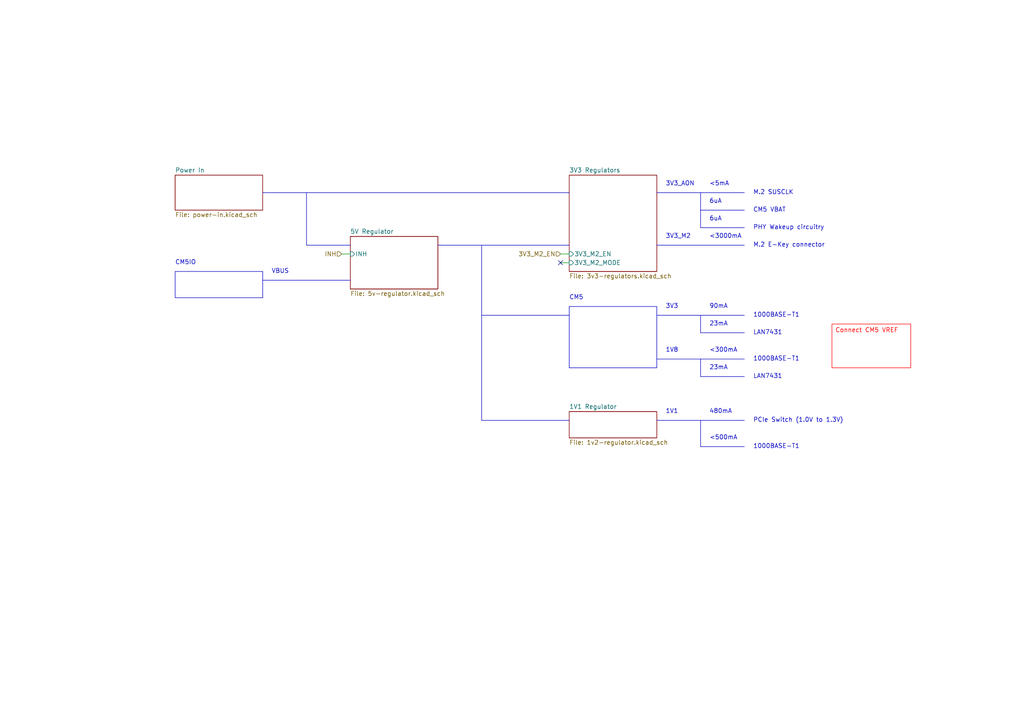
<source format=kicad_sch>
(kicad_sch
	(version 20250114)
	(generator "eeschema")
	(generator_version "9.0")
	(uuid "1784eca5-7b8b-4178-9c62-9b7313dc0823")
	(paper "A4")
	(lib_symbols)
	(rectangle
		(start 50.8 78.74)
		(end 76.2 86.36)
		(stroke
			(width 0)
			(type default)
		)
		(fill
			(type none)
		)
		(uuid 3d301fbe-4449-4da5-9c1f-6184b59cf810)
	)
	(rectangle
		(start 165.1 88.9)
		(end 190.5 106.68)
		(stroke
			(width 0)
			(type default)
		)
		(fill
			(type none)
		)
		(uuid ce8c7fa1-065f-4a2b-ba10-7c2391dee79f)
	)
	(text "PHY Wakeup circuitry"
		(exclude_from_sim no)
		(at 218.44 66.04 0)
		(effects
			(font
				(size 1.27 1.27)
			)
			(justify left)
		)
		(uuid "03e1c469-a6bf-443f-9fea-cffc3aae2ba0")
	)
	(text "480mA"
		(exclude_from_sim no)
		(at 205.74 119.38 0)
		(effects
			(font
				(size 1.27 1.27)
			)
			(justify left)
		)
		(uuid "136ed9af-6d32-469c-a9c8-181833eea40e")
	)
	(text "VBUS"
		(exclude_from_sim no)
		(at 78.74 78.74 0)
		(effects
			(font
				(size 1.27 1.27)
			)
			(justify left)
		)
		(uuid "1572f71a-c403-4cf9-9f88-cb530eb257b6")
	)
	(text "3V3"
		(exclude_from_sim no)
		(at 193.04 88.9 0)
		(effects
			(font
				(size 1.27 1.27)
			)
			(justify left)
		)
		(uuid "332e0b23-2b4d-4339-b1ea-da2277961eb7")
	)
	(text "23mA"
		(exclude_from_sim no)
		(at 205.74 93.98 0)
		(effects
			(font
				(size 1.27 1.27)
			)
			(justify left)
		)
		(uuid "3dc9b019-d3b8-4732-9093-10af76d9a024")
	)
	(text "6uA"
		(exclude_from_sim no)
		(at 205.74 58.42 0)
		(effects
			(font
				(size 1.27 1.27)
			)
			(justify left)
		)
		(uuid "40ef3e2a-b76b-4835-8726-99f15a07c5ac")
	)
	(text "3V3_M2"
		(exclude_from_sim no)
		(at 193.04 68.58 0)
		(effects
			(font
				(size 1.27 1.27)
			)
			(justify left)
		)
		(uuid "4e6ee074-5fa9-45cb-92a9-b6945afc4812")
	)
	(text "LAN7431"
		(exclude_from_sim no)
		(at 218.44 109.22 0)
		(effects
			(font
				(size 1.27 1.27)
			)
			(justify left)
		)
		(uuid "5034425c-44f7-4950-a5f3-9fb4228ee614")
	)
	(text "1V1"
		(exclude_from_sim no)
		(at 193.04 119.38 0)
		(effects
			(font
				(size 1.27 1.27)
			)
			(justify left)
		)
		(uuid "5ea6ae13-fb20-4071-8c50-25982c64bf7a")
	)
	(text "CM5IO"
		(exclude_from_sim no)
		(at 50.8 76.2 0)
		(effects
			(font
				(size 1.27 1.27)
			)
			(justify left)
		)
		(uuid "5f62b85c-2a9d-458d-a21b-aea6f4121305")
	)
	(text "<5mA"
		(exclude_from_sim no)
		(at 205.74 53.34 0)
		(effects
			(font
				(size 1.27 1.27)
			)
			(justify left)
		)
		(uuid "6d6b0972-1fdd-4b2e-8667-9351dc1804e3")
	)
	(text "1000BASE-T1"
		(exclude_from_sim no)
		(at 218.44 104.14 0)
		(effects
			(font
				(size 1.27 1.27)
			)
			(justify left)
		)
		(uuid "7511457b-1f0f-4262-94bd-2d270f51ddcf")
	)
	(text "23mA"
		(exclude_from_sim no)
		(at 205.74 106.68 0)
		(effects
			(font
				(size 1.27 1.27)
			)
			(justify left)
		)
		(uuid "76721f81-e607-457b-b614-bec05055e416")
	)
	(text "M.2 E-Key connector"
		(exclude_from_sim no)
		(at 218.44 71.12 0)
		(effects
			(font
				(size 1.27 1.27)
			)
			(justify left)
		)
		(uuid "776f5f1a-eb36-40e7-b14b-8a080e83c87b")
	)
	(text "90mA"
		(exclude_from_sim no)
		(at 205.74 88.9 0)
		(effects
			(font
				(size 1.27 1.27)
			)
			(justify left)
		)
		(uuid "90ebb52b-8394-41e5-b1be-039d15bf4254")
	)
	(text "6uA"
		(exclude_from_sim no)
		(at 205.74 63.5 0)
		(effects
			(font
				(size 1.27 1.27)
			)
			(justify left)
		)
		(uuid "9f656644-6234-4eeb-ac80-158503e6ad67")
	)
	(text "M.2 SUSCLK"
		(exclude_from_sim no)
		(at 218.44 55.88 0)
		(effects
			(font
				(size 1.27 1.27)
			)
			(justify left)
		)
		(uuid "a66969cb-d66d-414c-8959-8e9b9adb7014")
	)
	(text "<500mA"
		(exclude_from_sim no)
		(at 205.74 127 0)
		(effects
			(font
				(size 1.27 1.27)
			)
			(justify left)
		)
		(uuid "c877eabe-0056-4706-be37-4d2bc2cc6451")
	)
	(text "1V8"
		(exclude_from_sim no)
		(at 193.04 101.6 0)
		(effects
			(font
				(size 1.27 1.27)
			)
			(justify left)
		)
		(uuid "cd66db8a-8234-43df-9642-dfb17ea13b0b")
	)
	(text "<3000mA"
		(exclude_from_sim no)
		(at 205.74 68.58 0)
		(effects
			(font
				(size 1.27 1.27)
			)
			(justify left)
		)
		(uuid "cdf9a02e-5902-4308-bb7d-4f80e75d8f7e")
	)
	(text "<300mA"
		(exclude_from_sim no)
		(at 205.74 101.6 0)
		(effects
			(font
				(size 1.27 1.27)
			)
			(justify left)
		)
		(uuid "cfe3f394-f6cf-4d81-a04c-4936f354c96a")
	)
	(text "1000BASE-T1"
		(exclude_from_sim no)
		(at 218.44 129.54 0)
		(effects
			(font
				(size 1.27 1.27)
			)
			(justify left)
		)
		(uuid "d3c828c5-b4c7-454c-8533-26b66586d81c")
	)
	(text "PCIe Switch (1.0V to 1.3V)"
		(exclude_from_sim no)
		(at 218.44 121.92 0)
		(effects
			(font
				(size 1.27 1.27)
			)
			(justify left)
		)
		(uuid "e085d1bd-409a-49d5-a743-0a7c14543285")
	)
	(text "CM5 VBAT"
		(exclude_from_sim no)
		(at 218.44 60.96 0)
		(effects
			(font
				(size 1.27 1.27)
			)
			(justify left)
		)
		(uuid "e2c1a75f-3b5b-4369-870d-80ba06d77560")
	)
	(text "LAN7431"
		(exclude_from_sim no)
		(at 218.44 96.52 0)
		(effects
			(font
				(size 1.27 1.27)
			)
			(justify left)
		)
		(uuid "e32f4428-f98f-4c4e-afa5-fe95a6e36726")
	)
	(text "3V3_AON"
		(exclude_from_sim no)
		(at 193.04 53.34 0)
		(effects
			(font
				(size 1.27 1.27)
			)
			(justify left)
		)
		(uuid "e8b5c31a-3130-4b78-bae0-b28001ad0b27")
	)
	(text "CM5"
		(exclude_from_sim no)
		(at 165.1 86.36 0)
		(effects
			(font
				(size 1.27 1.27)
			)
			(justify left)
		)
		(uuid "f4cc0ba6-4610-4404-85bf-d2d7bd0e00c8")
	)
	(text "1000BASE-T1"
		(exclude_from_sim no)
		(at 218.44 91.44 0)
		(effects
			(font
				(size 1.27 1.27)
			)
			(justify left)
		)
		(uuid "f64b8598-90bf-4949-9cab-6b791e4258b6")
	)
	(text_box "Connect CM5 VREF"
		(exclude_from_sim no)
		(at 241.3 93.98 0)
		(size 22.86 12.7)
		(margins 0.9525 0.9525 0.9525 0.9525)
		(stroke
			(width 0)
			(type solid)
			(color 255 0 0 1)
		)
		(fill
			(type none)
		)
		(effects
			(font
				(size 1.27 1.27)
				(color 255 0 0 1)
			)
			(justify left top)
		)
		(uuid "c4e3dcb5-9bef-4644-a719-257112b6392b")
	)
	(no_connect
		(at 162.56 76.2)
		(uuid "c143551b-e67a-4155-a3bb-2cf36d91bea0")
	)
	(wire
		(pts
			(xy 99.06 73.66) (xy 101.6 73.66)
		)
		(stroke
			(width 0)
			(type default)
		)
		(uuid "09ec1409-5015-456f-a5ad-e2993c44769a")
	)
	(polyline
		(pts
			(xy 127 71.12) (xy 165.1 71.12)
		)
		(stroke
			(width 0)
			(type default)
		)
		(uuid "0b2b12ff-ab41-4b09-9670-116c5c246f02")
	)
	(polyline
		(pts
			(xy 203.2 55.88) (xy 203.2 60.96)
		)
		(stroke
			(width 0)
			(type default)
		)
		(uuid "16daf04e-a256-4023-a28c-ef51aafe5d4b")
	)
	(polyline
		(pts
			(xy 190.5 71.12) (xy 215.9 71.12)
		)
		(stroke
			(width 0)
			(type default)
		)
		(uuid "1cf7d5d7-13f6-4a25-a14c-a4b52c6f4259")
	)
	(polyline
		(pts
			(xy 215.9 96.52) (xy 203.2 96.52)
		)
		(stroke
			(width 0)
			(type default)
		)
		(uuid "1e4a730f-d622-4e86-9621-903ae8a1d92b")
	)
	(polyline
		(pts
			(xy 215.9 66.04) (xy 203.2 66.04)
		)
		(stroke
			(width 0)
			(type default)
		)
		(uuid "1f0dc39a-2d4f-43c3-89c6-84a41a7a6cdd")
	)
	(polyline
		(pts
			(xy 203.2 60.96) (xy 203.2 66.04)
		)
		(stroke
			(width 0)
			(type default)
		)
		(uuid "269e9237-dee2-4cdd-b0c2-33220358941e")
	)
	(polyline
		(pts
			(xy 190.5 104.14) (xy 215.9 104.14)
		)
		(stroke
			(width 0)
			(type default)
		)
		(uuid "2d108291-5b32-41b2-9b74-b814e97981da")
	)
	(polyline
		(pts
			(xy 203.2 91.44) (xy 203.2 96.52)
		)
		(stroke
			(width 0)
			(type default)
		)
		(uuid "301a02a1-0f75-4607-b163-1515fc619602")
	)
	(polyline
		(pts
			(xy 76.2 55.88) (xy 165.1 55.88)
		)
		(stroke
			(width 0)
			(type default)
		)
		(uuid "4c3cdf8f-b4ee-414f-9c4f-b8fcda430f91")
	)
	(polyline
		(pts
			(xy 215.9 60.96) (xy 203.2 60.96)
		)
		(stroke
			(width 0)
			(type default)
		)
		(uuid "6a2b42ca-b2bd-4f7e-a560-834739942371")
	)
	(polyline
		(pts
			(xy 203.2 121.92) (xy 203.2 129.54)
		)
		(stroke
			(width 0)
			(type default)
		)
		(uuid "6a6085b2-ad19-4907-8947-3510155592b1")
	)
	(polyline
		(pts
			(xy 190.5 121.92) (xy 215.9 121.92)
		)
		(stroke
			(width 0)
			(type default)
		)
		(uuid "7a0d5dec-0deb-494d-aaa1-9c343835d7d5")
	)
	(polyline
		(pts
			(xy 139.7 91.44) (xy 165.1 91.44)
		)
		(stroke
			(width 0)
			(type default)
		)
		(uuid "7e04cbcc-72e4-4b3b-849c-fde9221ce341")
	)
	(polyline
		(pts
			(xy 76.2 81.28) (xy 101.6 81.28)
		)
		(stroke
			(width 0)
			(type default)
		)
		(uuid "803a8716-1ec3-468e-9cf2-802917204a93")
	)
	(polyline
		(pts
			(xy 88.9 55.88) (xy 88.9 71.12)
		)
		(stroke
			(width 0)
			(type default)
		)
		(uuid "8c4ee472-6d52-4114-a367-ddfb0f8ea0d2")
	)
	(polyline
		(pts
			(xy 139.7 71.12) (xy 139.7 121.92)
		)
		(stroke
			(width 0)
			(type default)
		)
		(uuid "9380ed55-cdce-40fb-abc4-08bc9405d3e1")
	)
	(polyline
		(pts
			(xy 190.5 55.88) (xy 215.9 55.88)
		)
		(stroke
			(width 0)
			(type default)
		)
		(uuid "a79e973a-0877-4a21-b3a0-c7e5cddf11c1")
	)
	(polyline
		(pts
			(xy 203.2 104.14) (xy 203.2 109.22)
		)
		(stroke
			(width 0)
			(type default)
		)
		(uuid "b8955b8e-5b50-4f0a-ab26-dcb2981381b7")
	)
	(polyline
		(pts
			(xy 190.5 91.44) (xy 215.9 91.44)
		)
		(stroke
			(width 0)
			(type default)
		)
		(uuid "d08973ff-461a-46fe-a7c2-6c6c1134fc4b")
	)
	(polyline
		(pts
			(xy 88.9 71.12) (xy 101.6 71.12)
		)
		(stroke
			(width 0)
			(type default)
		)
		(uuid "da7a28cf-4489-488e-895c-75f66c8c0def")
	)
	(wire
		(pts
			(xy 162.56 76.2) (xy 165.1 76.2)
		)
		(stroke
			(width 0)
			(type default)
		)
		(uuid "db2f07a8-ce0f-49ce-bb18-812c391d00f1")
	)
	(polyline
		(pts
			(xy 139.7 121.92) (xy 165.1 121.92)
		)
		(stroke
			(width 0)
			(type default)
		)
		(uuid "ec2a31d3-abd7-4147-b18f-5cdee38e4d45")
	)
	(polyline
		(pts
			(xy 215.9 129.54) (xy 203.2 129.54)
		)
		(stroke
			(width 0)
			(type default)
		)
		(uuid "f83347a7-87a2-45dc-9a92-c5057a4914f9")
	)
	(polyline
		(pts
			(xy 215.9 109.22) (xy 203.2 109.22)
		)
		(stroke
			(width 0)
			(type default)
		)
		(uuid "f9d03a68-305b-4a65-b6fc-12e164e4b42c")
	)
	(wire
		(pts
			(xy 162.56 73.66) (xy 165.1 73.66)
		)
		(stroke
			(width 0)
			(type default)
		)
		(uuid "fa68c4bf-58f1-48d2-8041-9f17b763b8cb")
	)
	(hierarchical_label "3V3_M2_EN"
		(shape input)
		(at 162.56 73.66 180)
		(effects
			(font
				(size 1.27 1.27)
			)
			(justify right)
		)
		(uuid "58db6893-4a4d-4c9d-8ed1-76c6584c8712")
	)
	(hierarchical_label "INH"
		(shape input)
		(at 99.06 73.66 180)
		(effects
			(font
				(size 1.27 1.27)
			)
			(justify right)
		)
		(uuid "f64d8bd1-40d5-4c43-b4d5-9ac8fb8a2cb5")
	)
	(sheet
		(at 165.1 119.38)
		(size 25.4 7.62)
		(exclude_from_sim no)
		(in_bom yes)
		(on_board yes)
		(dnp no)
		(fields_autoplaced yes)
		(stroke
			(width 0.1524)
			(type solid)
		)
		(fill
			(color 0 0 0 0.0000)
		)
		(uuid "313ad2b1-6281-4d61-a8a6-55e55641e36c")
		(property "Sheetname" "1V1 Regulator"
			(at 165.1 118.6684 0)
			(effects
				(font
					(size 1.27 1.27)
				)
				(justify left bottom)
			)
		)
		(property "Sheetfile" "1v2-regulator.kicad_sch"
			(at 165.1 127.5846 0)
			(effects
				(font
					(size 1.27 1.27)
				)
				(justify left top)
			)
		)
		(instances
			(project "jabr-control-v1"
				(path "/f91ec272-d09a-4038-bbbb-962739a92c51/3f551047-3bb0-4f63-99e0-34fd9061d844"
					(page "15")
				)
			)
		)
	)
	(sheet
		(at 165.1 50.8)
		(size 25.4 27.94)
		(exclude_from_sim no)
		(in_bom yes)
		(on_board yes)
		(dnp no)
		(fields_autoplaced yes)
		(stroke
			(width 0.1524)
			(type solid)
		)
		(fill
			(color 0 0 0 0.0000)
		)
		(uuid "52a41b87-8503-44b7-832c-aae66b3851bb")
		(property "Sheetname" "3V3 Regulators"
			(at 165.1 50.0884 0)
			(effects
				(font
					(size 1.27 1.27)
				)
				(justify left bottom)
			)
		)
		(property "Sheetfile" "3v3-regulators.kicad_sch"
			(at 165.1 79.3246 0)
			(effects
				(font
					(size 1.27 1.27)
				)
				(justify left top)
			)
		)
		(pin "3V3_M2_EN" input
			(at 165.1 73.66 180)
			(uuid "447f0a21-2604-4558-85d9-79ba1aeb069d")
			(effects
				(font
					(size 1.27 1.27)
				)
				(justify left)
			)
		)
		(pin "3V3_M2_MODE" input
			(at 165.1 76.2 180)
			(uuid "59072a80-4ae3-4598-879e-ddbde33f39e8")
			(effects
				(font
					(size 1.27 1.27)
				)
				(justify left)
			)
		)
		(instances
			(project "jabr-control-v1"
				(path "/f91ec272-d09a-4038-bbbb-962739a92c51/3f551047-3bb0-4f63-99e0-34fd9061d844"
					(page "14")
				)
			)
		)
	)
	(sheet
		(at 101.6 68.58)
		(size 25.4 15.24)
		(exclude_from_sim no)
		(in_bom yes)
		(on_board yes)
		(dnp no)
		(fields_autoplaced yes)
		(stroke
			(width 0.1524)
			(type solid)
		)
		(fill
			(color 0 0 0 0.0000)
		)
		(uuid "a1f2745a-98e5-40f5-b635-cc8a6d17ac78")
		(property "Sheetname" "5V Regulator"
			(at 101.6 67.8684 0)
			(effects
				(font
					(size 1.27 1.27)
				)
				(justify left bottom)
			)
		)
		(property "Sheetfile" "5v-regulator.kicad_sch"
			(at 101.6 84.4046 0)
			(effects
				(font
					(size 1.27 1.27)
				)
				(justify left top)
			)
		)
		(pin "INH" input
			(at 101.6 73.66 180)
			(uuid "06818203-d75f-4ff5-a914-7187a8dd2a85")
			(effects
				(font
					(size 1.27 1.27)
				)
				(justify left)
			)
		)
		(instances
			(project "jabr-control-v1"
				(path "/f91ec272-d09a-4038-bbbb-962739a92c51/3f551047-3bb0-4f63-99e0-34fd9061d844"
					(page "13")
				)
			)
		)
	)
	(sheet
		(at 50.8 50.8)
		(size 25.4 10.16)
		(exclude_from_sim no)
		(in_bom yes)
		(on_board yes)
		(dnp no)
		(fields_autoplaced yes)
		(stroke
			(width 0.1524)
			(type solid)
		)
		(fill
			(color 0 0 0 0.0000)
		)
		(uuid "c8847476-18c7-4518-a86a-3cbd7effb778")
		(property "Sheetname" "Power In"
			(at 50.8 50.0884 0)
			(effects
				(font
					(size 1.27 1.27)
				)
				(justify left bottom)
			)
		)
		(property "Sheetfile" "power-in.kicad_sch"
			(at 50.8 61.5446 0)
			(effects
				(font
					(size 1.27 1.27)
				)
				(justify left top)
			)
		)
		(instances
			(project "jabr-control-v1"
				(path "/f91ec272-d09a-4038-bbbb-962739a92c51/3f551047-3bb0-4f63-99e0-34fd9061d844"
					(page "12")
				)
			)
		)
	)
)

</source>
